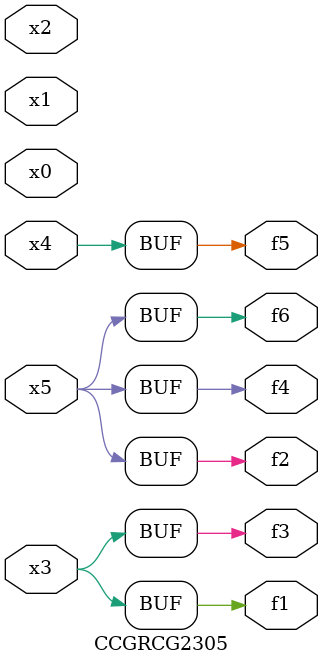
<source format=v>
module CCGRCG2305(
	input x0, x1, x2, x3, x4, x5,
	output f1, f2, f3, f4, f5, f6
);
	assign f1 = x3;
	assign f2 = x5;
	assign f3 = x3;
	assign f4 = x5;
	assign f5 = x4;
	assign f6 = x5;
endmodule

</source>
